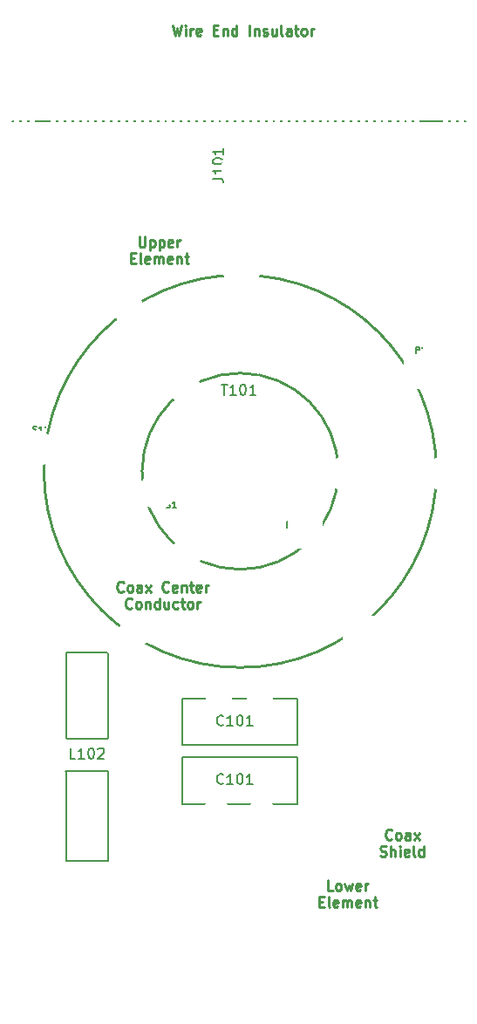
<source format=gto>
G04 #@! TF.GenerationSoftware,KiCad,Pcbnew,(6.0.4-0)*
G04 #@! TF.CreationDate,2022-07-20T07:57:21-04:00*
G04 #@! TF.ProjectId,80m_Tx_Antenna,38306d5f-5478-45f4-916e-74656e6e612e,rev?*
G04 #@! TF.SameCoordinates,Original*
G04 #@! TF.FileFunction,Legend,Top*
G04 #@! TF.FilePolarity,Positive*
%FSLAX46Y46*%
G04 Gerber Fmt 4.6, Leading zero omitted, Abs format (unit mm)*
G04 Created by KiCad (PCBNEW (6.0.4-0)) date 2022-07-20 07:57:21*
%MOMM*%
%LPD*%
G01*
G04 APERTURE LIST*
%ADD10C,0.150000*%
%ADD11C,0.250000*%
%ADD12C,2.500000*%
%ADD13R,3.500000X3.500000*%
%ADD14C,3.500000*%
%ADD15C,2.000000*%
%ADD16R,3.000000X3.500000*%
%ADD17C,4.000000*%
%ADD18R,10.000000X20.000000*%
%ADD19C,5.000000*%
%ADD20R,15.000000X5.000000*%
%ADD21C,3.000000*%
%ADD22C,0.500000*%
G04 APERTURE END LIST*
D10*
X100000000Y-67000000D02*
X144000000Y-67000000D01*
X105180000Y-130110000D02*
X109300000Y-130110000D01*
X105240000Y-118640000D02*
X105240000Y-126940000D01*
X109300000Y-130110000D02*
X109300000Y-138830000D01*
X109270000Y-118600000D02*
X105270000Y-118600000D01*
X109300000Y-138830000D02*
X105240000Y-138830000D01*
X105320000Y-126980000D02*
X109200000Y-126980000D01*
X109290000Y-126940000D02*
X109290000Y-118680000D01*
X105240000Y-138830000D02*
X105240000Y-130170000D01*
D11*
X110804285Y-112632142D02*
X110756666Y-112679761D01*
X110613809Y-112727380D01*
X110518571Y-112727380D01*
X110375714Y-112679761D01*
X110280476Y-112584523D01*
X110232857Y-112489285D01*
X110185238Y-112298809D01*
X110185238Y-112155952D01*
X110232857Y-111965476D01*
X110280476Y-111870238D01*
X110375714Y-111775000D01*
X110518571Y-111727380D01*
X110613809Y-111727380D01*
X110756666Y-111775000D01*
X110804285Y-111822619D01*
X111375714Y-112727380D02*
X111280476Y-112679761D01*
X111232857Y-112632142D01*
X111185238Y-112536904D01*
X111185238Y-112251190D01*
X111232857Y-112155952D01*
X111280476Y-112108333D01*
X111375714Y-112060714D01*
X111518571Y-112060714D01*
X111613809Y-112108333D01*
X111661428Y-112155952D01*
X111709047Y-112251190D01*
X111709047Y-112536904D01*
X111661428Y-112632142D01*
X111613809Y-112679761D01*
X111518571Y-112727380D01*
X111375714Y-112727380D01*
X112566190Y-112727380D02*
X112566190Y-112203571D01*
X112518571Y-112108333D01*
X112423333Y-112060714D01*
X112232857Y-112060714D01*
X112137619Y-112108333D01*
X112566190Y-112679761D02*
X112470952Y-112727380D01*
X112232857Y-112727380D01*
X112137619Y-112679761D01*
X112090000Y-112584523D01*
X112090000Y-112489285D01*
X112137619Y-112394047D01*
X112232857Y-112346428D01*
X112470952Y-112346428D01*
X112566190Y-112298809D01*
X112947142Y-112727380D02*
X113470952Y-112060714D01*
X112947142Y-112060714D02*
X113470952Y-112727380D01*
X115185238Y-112632142D02*
X115137619Y-112679761D01*
X114994761Y-112727380D01*
X114899523Y-112727380D01*
X114756666Y-112679761D01*
X114661428Y-112584523D01*
X114613809Y-112489285D01*
X114566190Y-112298809D01*
X114566190Y-112155952D01*
X114613809Y-111965476D01*
X114661428Y-111870238D01*
X114756666Y-111775000D01*
X114899523Y-111727380D01*
X114994761Y-111727380D01*
X115137619Y-111775000D01*
X115185238Y-111822619D01*
X115994761Y-112679761D02*
X115899523Y-112727380D01*
X115709047Y-112727380D01*
X115613809Y-112679761D01*
X115566190Y-112584523D01*
X115566190Y-112203571D01*
X115613809Y-112108333D01*
X115709047Y-112060714D01*
X115899523Y-112060714D01*
X115994761Y-112108333D01*
X116042380Y-112203571D01*
X116042380Y-112298809D01*
X115566190Y-112394047D01*
X116470952Y-112060714D02*
X116470952Y-112727380D01*
X116470952Y-112155952D02*
X116518571Y-112108333D01*
X116613809Y-112060714D01*
X116756666Y-112060714D01*
X116851904Y-112108333D01*
X116899523Y-112203571D01*
X116899523Y-112727380D01*
X117232857Y-112060714D02*
X117613809Y-112060714D01*
X117375714Y-111727380D02*
X117375714Y-112584523D01*
X117423333Y-112679761D01*
X117518571Y-112727380D01*
X117613809Y-112727380D01*
X118328095Y-112679761D02*
X118232857Y-112727380D01*
X118042380Y-112727380D01*
X117947142Y-112679761D01*
X117899523Y-112584523D01*
X117899523Y-112203571D01*
X117947142Y-112108333D01*
X118042380Y-112060714D01*
X118232857Y-112060714D01*
X118328095Y-112108333D01*
X118375714Y-112203571D01*
X118375714Y-112298809D01*
X117899523Y-112394047D01*
X118804285Y-112727380D02*
X118804285Y-112060714D01*
X118804285Y-112251190D02*
X118851904Y-112155952D01*
X118899523Y-112108333D01*
X118994761Y-112060714D01*
X119090000Y-112060714D01*
X111613809Y-114242142D02*
X111566190Y-114289761D01*
X111423333Y-114337380D01*
X111328095Y-114337380D01*
X111185238Y-114289761D01*
X111090000Y-114194523D01*
X111042380Y-114099285D01*
X110994761Y-113908809D01*
X110994761Y-113765952D01*
X111042380Y-113575476D01*
X111090000Y-113480238D01*
X111185238Y-113385000D01*
X111328095Y-113337380D01*
X111423333Y-113337380D01*
X111566190Y-113385000D01*
X111613809Y-113432619D01*
X112185238Y-114337380D02*
X112090000Y-114289761D01*
X112042380Y-114242142D01*
X111994761Y-114146904D01*
X111994761Y-113861190D01*
X112042380Y-113765952D01*
X112090000Y-113718333D01*
X112185238Y-113670714D01*
X112328095Y-113670714D01*
X112423333Y-113718333D01*
X112470952Y-113765952D01*
X112518571Y-113861190D01*
X112518571Y-114146904D01*
X112470952Y-114242142D01*
X112423333Y-114289761D01*
X112328095Y-114337380D01*
X112185238Y-114337380D01*
X112947142Y-113670714D02*
X112947142Y-114337380D01*
X112947142Y-113765952D02*
X112994761Y-113718333D01*
X113090000Y-113670714D01*
X113232857Y-113670714D01*
X113328095Y-113718333D01*
X113375714Y-113813571D01*
X113375714Y-114337380D01*
X114280476Y-114337380D02*
X114280476Y-113337380D01*
X114280476Y-114289761D02*
X114185238Y-114337380D01*
X113994761Y-114337380D01*
X113899523Y-114289761D01*
X113851904Y-114242142D01*
X113804285Y-114146904D01*
X113804285Y-113861190D01*
X113851904Y-113765952D01*
X113899523Y-113718333D01*
X113994761Y-113670714D01*
X114185238Y-113670714D01*
X114280476Y-113718333D01*
X115185238Y-113670714D02*
X115185238Y-114337380D01*
X114756666Y-113670714D02*
X114756666Y-114194523D01*
X114804285Y-114289761D01*
X114899523Y-114337380D01*
X115042380Y-114337380D01*
X115137619Y-114289761D01*
X115185238Y-114242142D01*
X116090000Y-114289761D02*
X115994761Y-114337380D01*
X115804285Y-114337380D01*
X115709047Y-114289761D01*
X115661428Y-114242142D01*
X115613809Y-114146904D01*
X115613809Y-113861190D01*
X115661428Y-113765952D01*
X115709047Y-113718333D01*
X115804285Y-113670714D01*
X115994761Y-113670714D01*
X116090000Y-113718333D01*
X116375714Y-113670714D02*
X116756666Y-113670714D01*
X116518571Y-113337380D02*
X116518571Y-114194523D01*
X116566190Y-114289761D01*
X116661428Y-114337380D01*
X116756666Y-114337380D01*
X117232857Y-114337380D02*
X117137619Y-114289761D01*
X117090000Y-114242142D01*
X117042380Y-114146904D01*
X117042380Y-113861190D01*
X117090000Y-113765952D01*
X117137619Y-113718333D01*
X117232857Y-113670714D01*
X117375714Y-113670714D01*
X117470952Y-113718333D01*
X117518571Y-113765952D01*
X117566190Y-113861190D01*
X117566190Y-114146904D01*
X117518571Y-114242142D01*
X117470952Y-114289761D01*
X117375714Y-114337380D01*
X117232857Y-114337380D01*
X117994761Y-114337380D02*
X117994761Y-113670714D01*
X117994761Y-113861190D02*
X118042380Y-113765952D01*
X118090000Y-113718333D01*
X118185238Y-113670714D01*
X118280476Y-113670714D01*
X131145238Y-141707380D02*
X130669047Y-141707380D01*
X130669047Y-140707380D01*
X131621428Y-141707380D02*
X131526190Y-141659761D01*
X131478571Y-141612142D01*
X131430952Y-141516904D01*
X131430952Y-141231190D01*
X131478571Y-141135952D01*
X131526190Y-141088333D01*
X131621428Y-141040714D01*
X131764285Y-141040714D01*
X131859523Y-141088333D01*
X131907142Y-141135952D01*
X131954761Y-141231190D01*
X131954761Y-141516904D01*
X131907142Y-141612142D01*
X131859523Y-141659761D01*
X131764285Y-141707380D01*
X131621428Y-141707380D01*
X132288095Y-141040714D02*
X132478571Y-141707380D01*
X132669047Y-141231190D01*
X132859523Y-141707380D01*
X133050000Y-141040714D01*
X133811904Y-141659761D02*
X133716666Y-141707380D01*
X133526190Y-141707380D01*
X133430952Y-141659761D01*
X133383333Y-141564523D01*
X133383333Y-141183571D01*
X133430952Y-141088333D01*
X133526190Y-141040714D01*
X133716666Y-141040714D01*
X133811904Y-141088333D01*
X133859523Y-141183571D01*
X133859523Y-141278809D01*
X133383333Y-141374047D01*
X134288095Y-141707380D02*
X134288095Y-141040714D01*
X134288095Y-141231190D02*
X134335714Y-141135952D01*
X134383333Y-141088333D01*
X134478571Y-141040714D01*
X134573809Y-141040714D01*
X129811904Y-142793571D02*
X130145238Y-142793571D01*
X130288095Y-143317380D02*
X129811904Y-143317380D01*
X129811904Y-142317380D01*
X130288095Y-142317380D01*
X130859523Y-143317380D02*
X130764285Y-143269761D01*
X130716666Y-143174523D01*
X130716666Y-142317380D01*
X131621428Y-143269761D02*
X131526190Y-143317380D01*
X131335714Y-143317380D01*
X131240476Y-143269761D01*
X131192857Y-143174523D01*
X131192857Y-142793571D01*
X131240476Y-142698333D01*
X131335714Y-142650714D01*
X131526190Y-142650714D01*
X131621428Y-142698333D01*
X131669047Y-142793571D01*
X131669047Y-142888809D01*
X131192857Y-142984047D01*
X132097619Y-143317380D02*
X132097619Y-142650714D01*
X132097619Y-142745952D02*
X132145238Y-142698333D01*
X132240476Y-142650714D01*
X132383333Y-142650714D01*
X132478571Y-142698333D01*
X132526190Y-142793571D01*
X132526190Y-143317380D01*
X132526190Y-142793571D02*
X132573809Y-142698333D01*
X132669047Y-142650714D01*
X132811904Y-142650714D01*
X132907142Y-142698333D01*
X132954761Y-142793571D01*
X132954761Y-143317380D01*
X133811904Y-143269761D02*
X133716666Y-143317380D01*
X133526190Y-143317380D01*
X133430952Y-143269761D01*
X133383333Y-143174523D01*
X133383333Y-142793571D01*
X133430952Y-142698333D01*
X133526190Y-142650714D01*
X133716666Y-142650714D01*
X133811904Y-142698333D01*
X133859523Y-142793571D01*
X133859523Y-142888809D01*
X133383333Y-142984047D01*
X134288095Y-142650714D02*
X134288095Y-143317380D01*
X134288095Y-142745952D02*
X134335714Y-142698333D01*
X134430952Y-142650714D01*
X134573809Y-142650714D01*
X134669047Y-142698333D01*
X134716666Y-142793571D01*
X134716666Y-143317380D01*
X135050000Y-142650714D02*
X135430952Y-142650714D01*
X135192857Y-142317380D02*
X135192857Y-143174523D01*
X135240476Y-143269761D01*
X135335714Y-143317380D01*
X135430952Y-143317380D01*
X136860000Y-136682142D02*
X136812380Y-136729761D01*
X136669523Y-136777380D01*
X136574285Y-136777380D01*
X136431428Y-136729761D01*
X136336190Y-136634523D01*
X136288571Y-136539285D01*
X136240952Y-136348809D01*
X136240952Y-136205952D01*
X136288571Y-136015476D01*
X136336190Y-135920238D01*
X136431428Y-135825000D01*
X136574285Y-135777380D01*
X136669523Y-135777380D01*
X136812380Y-135825000D01*
X136860000Y-135872619D01*
X137431428Y-136777380D02*
X137336190Y-136729761D01*
X137288571Y-136682142D01*
X137240952Y-136586904D01*
X137240952Y-136301190D01*
X137288571Y-136205952D01*
X137336190Y-136158333D01*
X137431428Y-136110714D01*
X137574285Y-136110714D01*
X137669523Y-136158333D01*
X137717142Y-136205952D01*
X137764761Y-136301190D01*
X137764761Y-136586904D01*
X137717142Y-136682142D01*
X137669523Y-136729761D01*
X137574285Y-136777380D01*
X137431428Y-136777380D01*
X138621904Y-136777380D02*
X138621904Y-136253571D01*
X138574285Y-136158333D01*
X138479047Y-136110714D01*
X138288571Y-136110714D01*
X138193333Y-136158333D01*
X138621904Y-136729761D02*
X138526666Y-136777380D01*
X138288571Y-136777380D01*
X138193333Y-136729761D01*
X138145714Y-136634523D01*
X138145714Y-136539285D01*
X138193333Y-136444047D01*
X138288571Y-136396428D01*
X138526666Y-136396428D01*
X138621904Y-136348809D01*
X139002857Y-136777380D02*
X139526666Y-136110714D01*
X139002857Y-136110714D02*
X139526666Y-136777380D01*
X135740952Y-138339761D02*
X135883809Y-138387380D01*
X136121904Y-138387380D01*
X136217142Y-138339761D01*
X136264761Y-138292142D01*
X136312380Y-138196904D01*
X136312380Y-138101666D01*
X136264761Y-138006428D01*
X136217142Y-137958809D01*
X136121904Y-137911190D01*
X135931428Y-137863571D01*
X135836190Y-137815952D01*
X135788571Y-137768333D01*
X135740952Y-137673095D01*
X135740952Y-137577857D01*
X135788571Y-137482619D01*
X135836190Y-137435000D01*
X135931428Y-137387380D01*
X136169523Y-137387380D01*
X136312380Y-137435000D01*
X136740952Y-138387380D02*
X136740952Y-137387380D01*
X137169523Y-138387380D02*
X137169523Y-137863571D01*
X137121904Y-137768333D01*
X137026666Y-137720714D01*
X136883809Y-137720714D01*
X136788571Y-137768333D01*
X136740952Y-137815952D01*
X137645714Y-138387380D02*
X137645714Y-137720714D01*
X137645714Y-137387380D02*
X137598095Y-137435000D01*
X137645714Y-137482619D01*
X137693333Y-137435000D01*
X137645714Y-137387380D01*
X137645714Y-137482619D01*
X138502857Y-138339761D02*
X138407619Y-138387380D01*
X138217142Y-138387380D01*
X138121904Y-138339761D01*
X138074285Y-138244523D01*
X138074285Y-137863571D01*
X138121904Y-137768333D01*
X138217142Y-137720714D01*
X138407619Y-137720714D01*
X138502857Y-137768333D01*
X138550476Y-137863571D01*
X138550476Y-137958809D01*
X138074285Y-138054047D01*
X139121904Y-138387380D02*
X139026666Y-138339761D01*
X138979047Y-138244523D01*
X138979047Y-137387380D01*
X139931428Y-138387380D02*
X139931428Y-137387380D01*
X139931428Y-138339761D02*
X139836190Y-138387380D01*
X139645714Y-138387380D01*
X139550476Y-138339761D01*
X139502857Y-138292142D01*
X139455238Y-138196904D01*
X139455238Y-137911190D01*
X139502857Y-137815952D01*
X139550476Y-137768333D01*
X139645714Y-137720714D01*
X139836190Y-137720714D01*
X139931428Y-137768333D01*
X115596666Y-57712380D02*
X115834761Y-58712380D01*
X116025238Y-57998095D01*
X116215714Y-58712380D01*
X116453809Y-57712380D01*
X116834761Y-58712380D02*
X116834761Y-58045714D01*
X116834761Y-57712380D02*
X116787142Y-57760000D01*
X116834761Y-57807619D01*
X116882380Y-57760000D01*
X116834761Y-57712380D01*
X116834761Y-57807619D01*
X117310952Y-58712380D02*
X117310952Y-58045714D01*
X117310952Y-58236190D02*
X117358571Y-58140952D01*
X117406190Y-58093333D01*
X117501428Y-58045714D01*
X117596666Y-58045714D01*
X118310952Y-58664761D02*
X118215714Y-58712380D01*
X118025238Y-58712380D01*
X117930000Y-58664761D01*
X117882380Y-58569523D01*
X117882380Y-58188571D01*
X117930000Y-58093333D01*
X118025238Y-58045714D01*
X118215714Y-58045714D01*
X118310952Y-58093333D01*
X118358571Y-58188571D01*
X118358571Y-58283809D01*
X117882380Y-58379047D01*
X119549047Y-58188571D02*
X119882380Y-58188571D01*
X120025238Y-58712380D02*
X119549047Y-58712380D01*
X119549047Y-57712380D01*
X120025238Y-57712380D01*
X120453809Y-58045714D02*
X120453809Y-58712380D01*
X120453809Y-58140952D02*
X120501428Y-58093333D01*
X120596666Y-58045714D01*
X120739523Y-58045714D01*
X120834761Y-58093333D01*
X120882380Y-58188571D01*
X120882380Y-58712380D01*
X121787142Y-58712380D02*
X121787142Y-57712380D01*
X121787142Y-58664761D02*
X121691904Y-58712380D01*
X121501428Y-58712380D01*
X121406190Y-58664761D01*
X121358571Y-58617142D01*
X121310952Y-58521904D01*
X121310952Y-58236190D01*
X121358571Y-58140952D01*
X121406190Y-58093333D01*
X121501428Y-58045714D01*
X121691904Y-58045714D01*
X121787142Y-58093333D01*
X123025238Y-58712380D02*
X123025238Y-57712380D01*
X123501428Y-58045714D02*
X123501428Y-58712380D01*
X123501428Y-58140952D02*
X123549047Y-58093333D01*
X123644285Y-58045714D01*
X123787142Y-58045714D01*
X123882380Y-58093333D01*
X123930000Y-58188571D01*
X123930000Y-58712380D01*
X124358571Y-58664761D02*
X124453809Y-58712380D01*
X124644285Y-58712380D01*
X124739523Y-58664761D01*
X124787142Y-58569523D01*
X124787142Y-58521904D01*
X124739523Y-58426666D01*
X124644285Y-58379047D01*
X124501428Y-58379047D01*
X124406190Y-58331428D01*
X124358571Y-58236190D01*
X124358571Y-58188571D01*
X124406190Y-58093333D01*
X124501428Y-58045714D01*
X124644285Y-58045714D01*
X124739523Y-58093333D01*
X125644285Y-58045714D02*
X125644285Y-58712380D01*
X125215714Y-58045714D02*
X125215714Y-58569523D01*
X125263333Y-58664761D01*
X125358571Y-58712380D01*
X125501428Y-58712380D01*
X125596666Y-58664761D01*
X125644285Y-58617142D01*
X126263333Y-58712380D02*
X126168095Y-58664761D01*
X126120476Y-58569523D01*
X126120476Y-57712380D01*
X127072857Y-58712380D02*
X127072857Y-58188571D01*
X127025238Y-58093333D01*
X126930000Y-58045714D01*
X126739523Y-58045714D01*
X126644285Y-58093333D01*
X127072857Y-58664761D02*
X126977619Y-58712380D01*
X126739523Y-58712380D01*
X126644285Y-58664761D01*
X126596666Y-58569523D01*
X126596666Y-58474285D01*
X126644285Y-58379047D01*
X126739523Y-58331428D01*
X126977619Y-58331428D01*
X127072857Y-58283809D01*
X127406190Y-58045714D02*
X127787142Y-58045714D01*
X127549047Y-57712380D02*
X127549047Y-58569523D01*
X127596666Y-58664761D01*
X127691904Y-58712380D01*
X127787142Y-58712380D01*
X128263333Y-58712380D02*
X128168095Y-58664761D01*
X128120476Y-58617142D01*
X128072857Y-58521904D01*
X128072857Y-58236190D01*
X128120476Y-58140952D01*
X128168095Y-58093333D01*
X128263333Y-58045714D01*
X128406190Y-58045714D01*
X128501428Y-58093333D01*
X128549047Y-58140952D01*
X128596666Y-58236190D01*
X128596666Y-58521904D01*
X128549047Y-58617142D01*
X128501428Y-58664761D01*
X128406190Y-58712380D01*
X128263333Y-58712380D01*
X129025238Y-58712380D02*
X129025238Y-58045714D01*
X129025238Y-58236190D02*
X129072857Y-58140952D01*
X129120476Y-58093333D01*
X129215714Y-58045714D01*
X129310952Y-58045714D01*
X112331428Y-78237380D02*
X112331428Y-79046904D01*
X112379047Y-79142142D01*
X112426666Y-79189761D01*
X112521904Y-79237380D01*
X112712380Y-79237380D01*
X112807619Y-79189761D01*
X112855238Y-79142142D01*
X112902857Y-79046904D01*
X112902857Y-78237380D01*
X113379047Y-78570714D02*
X113379047Y-79570714D01*
X113379047Y-78618333D02*
X113474285Y-78570714D01*
X113664761Y-78570714D01*
X113760000Y-78618333D01*
X113807619Y-78665952D01*
X113855238Y-78761190D01*
X113855238Y-79046904D01*
X113807619Y-79142142D01*
X113760000Y-79189761D01*
X113664761Y-79237380D01*
X113474285Y-79237380D01*
X113379047Y-79189761D01*
X114283809Y-78570714D02*
X114283809Y-79570714D01*
X114283809Y-78618333D02*
X114379047Y-78570714D01*
X114569523Y-78570714D01*
X114664761Y-78618333D01*
X114712380Y-78665952D01*
X114760000Y-78761190D01*
X114760000Y-79046904D01*
X114712380Y-79142142D01*
X114664761Y-79189761D01*
X114569523Y-79237380D01*
X114379047Y-79237380D01*
X114283809Y-79189761D01*
X115569523Y-79189761D02*
X115474285Y-79237380D01*
X115283809Y-79237380D01*
X115188571Y-79189761D01*
X115140952Y-79094523D01*
X115140952Y-78713571D01*
X115188571Y-78618333D01*
X115283809Y-78570714D01*
X115474285Y-78570714D01*
X115569523Y-78618333D01*
X115617142Y-78713571D01*
X115617142Y-78808809D01*
X115140952Y-78904047D01*
X116045714Y-79237380D02*
X116045714Y-78570714D01*
X116045714Y-78761190D02*
X116093333Y-78665952D01*
X116140952Y-78618333D01*
X116236190Y-78570714D01*
X116331428Y-78570714D01*
X111521904Y-80323571D02*
X111855238Y-80323571D01*
X111998095Y-80847380D02*
X111521904Y-80847380D01*
X111521904Y-79847380D01*
X111998095Y-79847380D01*
X112569523Y-80847380D02*
X112474285Y-80799761D01*
X112426666Y-80704523D01*
X112426666Y-79847380D01*
X113331428Y-80799761D02*
X113236190Y-80847380D01*
X113045714Y-80847380D01*
X112950476Y-80799761D01*
X112902857Y-80704523D01*
X112902857Y-80323571D01*
X112950476Y-80228333D01*
X113045714Y-80180714D01*
X113236190Y-80180714D01*
X113331428Y-80228333D01*
X113379047Y-80323571D01*
X113379047Y-80418809D01*
X112902857Y-80514047D01*
X113807619Y-80847380D02*
X113807619Y-80180714D01*
X113807619Y-80275952D02*
X113855238Y-80228333D01*
X113950476Y-80180714D01*
X114093333Y-80180714D01*
X114188571Y-80228333D01*
X114236190Y-80323571D01*
X114236190Y-80847380D01*
X114236190Y-80323571D02*
X114283809Y-80228333D01*
X114379047Y-80180714D01*
X114521904Y-80180714D01*
X114617142Y-80228333D01*
X114664761Y-80323571D01*
X114664761Y-80847380D01*
X115521904Y-80799761D02*
X115426666Y-80847380D01*
X115236190Y-80847380D01*
X115140952Y-80799761D01*
X115093333Y-80704523D01*
X115093333Y-80323571D01*
X115140952Y-80228333D01*
X115236190Y-80180714D01*
X115426666Y-80180714D01*
X115521904Y-80228333D01*
X115569523Y-80323571D01*
X115569523Y-80418809D01*
X115093333Y-80514047D01*
X115998095Y-80180714D02*
X115998095Y-80847380D01*
X115998095Y-80275952D02*
X116045714Y-80228333D01*
X116140952Y-80180714D01*
X116283809Y-80180714D01*
X116379047Y-80228333D01*
X116426666Y-80323571D01*
X116426666Y-80847380D01*
X116760000Y-80180714D02*
X117140952Y-80180714D01*
X116902857Y-79847380D02*
X116902857Y-80704523D01*
X116950476Y-80799761D01*
X117045714Y-80847380D01*
X117140952Y-80847380D01*
D10*
X119472380Y-72585714D02*
X120186666Y-72585714D01*
X120329523Y-72633333D01*
X120424761Y-72728571D01*
X120472380Y-72871428D01*
X120472380Y-72966666D01*
X120472380Y-71585714D02*
X120472380Y-72157142D01*
X120472380Y-71871428D02*
X119472380Y-71871428D01*
X119615238Y-71966666D01*
X119710476Y-72061904D01*
X119758095Y-72157142D01*
X119472380Y-70966666D02*
X119472380Y-70871428D01*
X119520000Y-70776190D01*
X119567619Y-70728571D01*
X119662857Y-70680952D01*
X119853333Y-70633333D01*
X120091428Y-70633333D01*
X120281904Y-70680952D01*
X120377142Y-70728571D01*
X120424761Y-70776190D01*
X120472380Y-70871428D01*
X120472380Y-70966666D01*
X120424761Y-71061904D01*
X120377142Y-71109523D01*
X120281904Y-71157142D01*
X120091428Y-71204761D01*
X119853333Y-71204761D01*
X119662857Y-71157142D01*
X119567619Y-71109523D01*
X119520000Y-71061904D01*
X119472380Y-70966666D01*
X120472380Y-69680952D02*
X120472380Y-70252380D01*
X120472380Y-69966666D02*
X119472380Y-69966666D01*
X119615238Y-70061904D01*
X119710476Y-70157142D01*
X119758095Y-70252380D01*
X120315714Y-92602380D02*
X120887142Y-92602380D01*
X120601428Y-93602380D02*
X120601428Y-92602380D01*
X121744285Y-93602380D02*
X121172857Y-93602380D01*
X121458571Y-93602380D02*
X121458571Y-92602380D01*
X121363333Y-92745238D01*
X121268095Y-92840476D01*
X121172857Y-92888095D01*
X122363333Y-92602380D02*
X122458571Y-92602380D01*
X122553809Y-92650000D01*
X122601428Y-92697619D01*
X122649047Y-92792857D01*
X122696666Y-92983333D01*
X122696666Y-93221428D01*
X122649047Y-93411904D01*
X122601428Y-93507142D01*
X122553809Y-93554761D01*
X122458571Y-93602380D01*
X122363333Y-93602380D01*
X122268095Y-93554761D01*
X122220476Y-93507142D01*
X122172857Y-93411904D01*
X122125238Y-93221428D01*
X122125238Y-92983333D01*
X122172857Y-92792857D01*
X122220476Y-92697619D01*
X122268095Y-92650000D01*
X122363333Y-92602380D01*
X123649047Y-93602380D02*
X123077619Y-93602380D01*
X123363333Y-93602380D02*
X123363333Y-92602380D01*
X123268095Y-92745238D01*
X123172857Y-92840476D01*
X123077619Y-92888095D01*
X139226300Y-89533928D02*
X139226300Y-88933928D01*
X139454871Y-88933928D01*
X139512014Y-88962500D01*
X139540585Y-88991071D01*
X139569157Y-89048214D01*
X139569157Y-89133928D01*
X139540585Y-89191071D01*
X139512014Y-89219642D01*
X139454871Y-89248214D01*
X139226300Y-89248214D01*
X139854871Y-88933928D02*
X139797728Y-89048214D01*
X114977257Y-104529457D02*
X115062971Y-104558028D01*
X115205828Y-104558028D01*
X115262971Y-104529457D01*
X115291542Y-104500885D01*
X115320114Y-104443742D01*
X115320114Y-104386600D01*
X115291542Y-104329457D01*
X115262971Y-104300885D01*
X115205828Y-104272314D01*
X115091542Y-104243742D01*
X115034400Y-104215171D01*
X115005828Y-104186600D01*
X114977257Y-104129457D01*
X114977257Y-104072314D01*
X115005828Y-104015171D01*
X115034400Y-103986600D01*
X115091542Y-103958028D01*
X115234400Y-103958028D01*
X115320114Y-103986600D01*
X115891542Y-104558028D02*
X115548685Y-104558028D01*
X115720114Y-104558028D02*
X115720114Y-103958028D01*
X115662971Y-104043742D01*
X115605828Y-104100885D01*
X115548685Y-104129457D01*
X102038300Y-97214257D02*
X102124014Y-97242828D01*
X102266871Y-97242828D01*
X102324014Y-97214257D01*
X102352585Y-97185685D01*
X102381157Y-97128542D01*
X102381157Y-97071400D01*
X102352585Y-97014257D01*
X102324014Y-96985685D01*
X102266871Y-96957114D01*
X102152585Y-96928542D01*
X102095442Y-96899971D01*
X102066871Y-96871400D01*
X102038300Y-96814257D01*
X102038300Y-96757114D01*
X102066871Y-96699971D01*
X102095442Y-96671400D01*
X102152585Y-96642828D01*
X102295442Y-96642828D01*
X102381157Y-96671400D01*
X102952585Y-97242828D02*
X102609728Y-97242828D01*
X102781157Y-97242828D02*
X102781157Y-96642828D01*
X102724014Y-96728542D01*
X102666871Y-96785685D01*
X102609728Y-96814257D01*
X103238300Y-96642828D02*
X103181157Y-96757114D01*
X126704717Y-106529068D02*
X126704717Y-105929068D01*
X126933288Y-105929068D01*
X126990431Y-105957640D01*
X127019002Y-105986211D01*
X127047574Y-106043354D01*
X127047574Y-106129068D01*
X127019002Y-106186211D01*
X126990431Y-106214782D01*
X126933288Y-106243354D01*
X126704717Y-106243354D01*
X120490952Y-125597142D02*
X120443333Y-125644761D01*
X120300476Y-125692380D01*
X120205238Y-125692380D01*
X120062380Y-125644761D01*
X119967142Y-125549523D01*
X119919523Y-125454285D01*
X119871904Y-125263809D01*
X119871904Y-125120952D01*
X119919523Y-124930476D01*
X119967142Y-124835238D01*
X120062380Y-124740000D01*
X120205238Y-124692380D01*
X120300476Y-124692380D01*
X120443333Y-124740000D01*
X120490952Y-124787619D01*
X121443333Y-125692380D02*
X120871904Y-125692380D01*
X121157619Y-125692380D02*
X121157619Y-124692380D01*
X121062380Y-124835238D01*
X120967142Y-124930476D01*
X120871904Y-124978095D01*
X122062380Y-124692380D02*
X122157619Y-124692380D01*
X122252857Y-124740000D01*
X122300476Y-124787619D01*
X122348095Y-124882857D01*
X122395714Y-125073333D01*
X122395714Y-125311428D01*
X122348095Y-125501904D01*
X122300476Y-125597142D01*
X122252857Y-125644761D01*
X122157619Y-125692380D01*
X122062380Y-125692380D01*
X121967142Y-125644761D01*
X121919523Y-125597142D01*
X121871904Y-125501904D01*
X121824285Y-125311428D01*
X121824285Y-125073333D01*
X121871904Y-124882857D01*
X121919523Y-124787619D01*
X121967142Y-124740000D01*
X122062380Y-124692380D01*
X123348095Y-125692380D02*
X122776666Y-125692380D01*
X123062380Y-125692380D02*
X123062380Y-124692380D01*
X122967142Y-124835238D01*
X122871904Y-124930476D01*
X122776666Y-124978095D01*
X120490952Y-131287142D02*
X120443333Y-131334761D01*
X120300476Y-131382380D01*
X120205238Y-131382380D01*
X120062380Y-131334761D01*
X119967142Y-131239523D01*
X119919523Y-131144285D01*
X119871904Y-130953809D01*
X119871904Y-130810952D01*
X119919523Y-130620476D01*
X119967142Y-130525238D01*
X120062380Y-130430000D01*
X120205238Y-130382380D01*
X120300476Y-130382380D01*
X120443333Y-130430000D01*
X120490952Y-130477619D01*
X121443333Y-131382380D02*
X120871904Y-131382380D01*
X121157619Y-131382380D02*
X121157619Y-130382380D01*
X121062380Y-130525238D01*
X120967142Y-130620476D01*
X120871904Y-130668095D01*
X122062380Y-130382380D02*
X122157619Y-130382380D01*
X122252857Y-130430000D01*
X122300476Y-130477619D01*
X122348095Y-130572857D01*
X122395714Y-130763333D01*
X122395714Y-131001428D01*
X122348095Y-131191904D01*
X122300476Y-131287142D01*
X122252857Y-131334761D01*
X122157619Y-131382380D01*
X122062380Y-131382380D01*
X121967142Y-131334761D01*
X121919523Y-131287142D01*
X121871904Y-131191904D01*
X121824285Y-131001428D01*
X121824285Y-130763333D01*
X121871904Y-130572857D01*
X121919523Y-130477619D01*
X121967142Y-130430000D01*
X122062380Y-130382380D01*
X123348095Y-131382380D02*
X122776666Y-131382380D01*
X123062380Y-131382380D02*
X123062380Y-130382380D01*
X122967142Y-130525238D01*
X122871904Y-130620476D01*
X122776666Y-130668095D01*
X106140952Y-128902380D02*
X105664761Y-128902380D01*
X105664761Y-127902380D01*
X106998095Y-128902380D02*
X106426666Y-128902380D01*
X106712380Y-128902380D02*
X106712380Y-127902380D01*
X106617142Y-128045238D01*
X106521904Y-128140476D01*
X106426666Y-128188095D01*
X107617142Y-127902380D02*
X107712380Y-127902380D01*
X107807619Y-127950000D01*
X107855238Y-127997619D01*
X107902857Y-128092857D01*
X107950476Y-128283333D01*
X107950476Y-128521428D01*
X107902857Y-128711904D01*
X107855238Y-128807142D01*
X107807619Y-128854761D01*
X107712380Y-128902380D01*
X107617142Y-128902380D01*
X107521904Y-128854761D01*
X107474285Y-128807142D01*
X107426666Y-128711904D01*
X107379047Y-128521428D01*
X107379047Y-128283333D01*
X107426666Y-128092857D01*
X107474285Y-127997619D01*
X107521904Y-127950000D01*
X107617142Y-127902380D01*
X108331428Y-127997619D02*
X108379047Y-127950000D01*
X108474285Y-127902380D01*
X108712380Y-127902380D01*
X108807619Y-127950000D01*
X108855238Y-127997619D01*
X108902857Y-128092857D01*
X108902857Y-128188095D01*
X108855238Y-128330952D01*
X108283809Y-128902380D01*
X108902857Y-128902380D01*
D11*
X141190000Y-101010000D02*
G75*
G03*
X141190000Y-101010000I-19050000J0D01*
G01*
X131665000Y-101010000D02*
G75*
G03*
X131665000Y-101010000I-9525000J0D01*
G01*
D10*
X127720000Y-127610000D02*
X116520000Y-127610000D01*
X127720000Y-123110000D02*
X127720000Y-127610000D01*
X116520000Y-123110000D02*
X127720000Y-123110000D01*
X116520000Y-127610000D02*
X116520000Y-123110000D01*
X127720000Y-133300000D02*
X116520000Y-133300000D01*
X116520000Y-128800000D02*
X127720000Y-128800000D01*
X127720000Y-128800000D02*
X127720000Y-133300000D01*
X116520000Y-133300000D02*
X116520000Y-128800000D01*
D12*
X124726660Y-75710480D03*
X119809220Y-75710480D03*
X130368500Y-123191000D03*
X119050000Y-151050000D03*
X124250000Y-134050000D03*
X130393900Y-127661400D03*
X125050000Y-144050000D03*
X120050000Y-123050000D03*
X119050000Y-144050000D03*
X119850000Y-134050000D03*
X125050000Y-151050000D03*
X124050000Y-123050000D03*
D13*
X139704100Y-91307200D03*
X128482380Y-106816440D03*
D14*
X102409700Y-98800200D03*
X114100900Y-102953100D03*
D15*
X117770000Y-125360000D03*
X126470000Y-125360000D03*
X117770000Y-131050000D03*
X126470000Y-131050000D03*
D16*
X107300000Y-132280000D03*
X107300000Y-136630000D03*
D14*
X107300000Y-120630000D03*
X107300000Y-124980000D03*
%LPC*%
D12*
X124726660Y-75710480D03*
D17*
X122240000Y-71580000D03*
D12*
X119809220Y-75710480D03*
D14*
X122240000Y-81970000D03*
D12*
X130368500Y-123191000D03*
X119050000Y-151050000D03*
X124250000Y-134050000D03*
X130393900Y-127661400D03*
X125050000Y-144050000D03*
X120050000Y-123050000D03*
X119050000Y-144050000D03*
X119850000Y-134050000D03*
X125050000Y-151050000D03*
X124050000Y-123050000D03*
D17*
X137210020Y-125212040D03*
D18*
X137050000Y-125050000D03*
D17*
X137050000Y-119050000D03*
X137050000Y-131050000D03*
X127450000Y-138050000D03*
D19*
X122144880Y-138131280D03*
D17*
X116650000Y-138050000D03*
D20*
X122050000Y-138050000D03*
D13*
X139704100Y-91307200D03*
X128482380Y-106816440D03*
D14*
X102409700Y-98800200D03*
X114100900Y-102953100D03*
D21*
X116870000Y-93120000D03*
X111300000Y-85260000D03*
X131570000Y-101260000D03*
X141170000Y-101260000D03*
X116900000Y-108990000D03*
X111660000Y-116900000D03*
D22*
X103420000Y-66650000D03*
X102050000Y-66210000D03*
X102720000Y-66480000D03*
X102720000Y-67570000D03*
X106250000Y-67010000D03*
X105500000Y-67010000D03*
X104750000Y-67010000D03*
X103410000Y-67390000D03*
X110000000Y-67010000D03*
X110750000Y-67010000D03*
X111500000Y-67010000D03*
X112250000Y-67010000D03*
X109250000Y-67000000D03*
X108500000Y-67000000D03*
X107750000Y-67000000D03*
X107000000Y-67000000D03*
X119030000Y-67030000D03*
X119780000Y-67030000D03*
X120530000Y-67030000D03*
X121280000Y-67030000D03*
X124280000Y-67040000D03*
X123530000Y-67040000D03*
X122780000Y-67040000D03*
X122030000Y-67040000D03*
X116030000Y-67040000D03*
X116780000Y-67040000D03*
X117530000Y-67040000D03*
X118280000Y-67040000D03*
X115280000Y-67030000D03*
X114530000Y-67030000D03*
X113780000Y-67030000D03*
X113030000Y-67030000D03*
X137060000Y-67050000D03*
X137810000Y-67050000D03*
X138560000Y-67050000D03*
X139310000Y-67050000D03*
X131030000Y-67020000D03*
X131780000Y-67020000D03*
X132530000Y-67020000D03*
X133280000Y-67020000D03*
X136280000Y-67030000D03*
X135530000Y-67030000D03*
X134780000Y-67030000D03*
X134030000Y-67030000D03*
X128030000Y-67030000D03*
X128780000Y-67030000D03*
X129530000Y-67030000D03*
X130280000Y-67030000D03*
X127280000Y-67020000D03*
X126530000Y-67020000D03*
X125780000Y-67020000D03*
X125030000Y-67020000D03*
X102040000Y-67830000D03*
X104020000Y-67020000D03*
X101430000Y-65810000D03*
X101400000Y-68170000D03*
X100880000Y-65300000D03*
X100810000Y-68610000D03*
X100420000Y-64730000D03*
X100400000Y-69230000D03*
X100380000Y-59600000D03*
X100790000Y-58980000D03*
X101300000Y-58460000D03*
X104000000Y-57390000D03*
X101880000Y-58010000D03*
X103280000Y-57530000D03*
X102560000Y-57700000D03*
X143610000Y-64440000D03*
X143200000Y-65060000D03*
X142690000Y-65580000D03*
X139990000Y-66650000D03*
X142110000Y-66030000D03*
X140710000Y-66510000D03*
X141430000Y-66340000D03*
X143600000Y-151370000D03*
X143190000Y-151990000D03*
X142680000Y-152510000D03*
X139980000Y-153580000D03*
X142100000Y-152960000D03*
X140700000Y-153440000D03*
X141420000Y-153270000D03*
D21*
X138180000Y-61900000D03*
X132480000Y-61840000D03*
D19*
X105000000Y-62000000D03*
X111000000Y-62000000D03*
X117000000Y-62000000D03*
D22*
X143590000Y-67000000D03*
X142860000Y-67020000D03*
X142120000Y-67020000D03*
X100450000Y-67000000D03*
X101190000Y-67000000D03*
X101920000Y-67000000D03*
D14*
X122150000Y-100990000D03*
D15*
X117770000Y-125360000D03*
X126470000Y-125360000D03*
D21*
X102600000Y-148000000D03*
X102600000Y-141100000D03*
X112200000Y-141100000D03*
X126840000Y-61960000D03*
X134170000Y-77390000D03*
X130200000Y-70580000D03*
X112200000Y-148000000D03*
X102600000Y-134400000D03*
X112200000Y-134400000D03*
D15*
X117770000Y-131050000D03*
X126470000Y-131050000D03*
D16*
X107300000Y-132280000D03*
X107300000Y-136630000D03*
D14*
X107300000Y-120630000D03*
X107300000Y-124980000D03*
D15*
X136667198Y-82994648D03*
X140362921Y-85509630D03*
D22*
X141410000Y-57720000D03*
X140690000Y-57550000D03*
X142090000Y-58030000D03*
X139970000Y-57410000D03*
X142670000Y-58480000D03*
X143180000Y-59000000D03*
X143590000Y-59620000D03*
X143600000Y-69610000D03*
X143190000Y-68990000D03*
X142680000Y-68470000D03*
X139980000Y-67400000D03*
X142100000Y-68020000D03*
X140700000Y-67540000D03*
X141420000Y-67710000D03*
X102590000Y-153260000D03*
X103310000Y-153430000D03*
X101910000Y-152950000D03*
X104030000Y-153570000D03*
X101330000Y-152500000D03*
X100820000Y-151980000D03*
X100410000Y-151360000D03*
M02*

</source>
